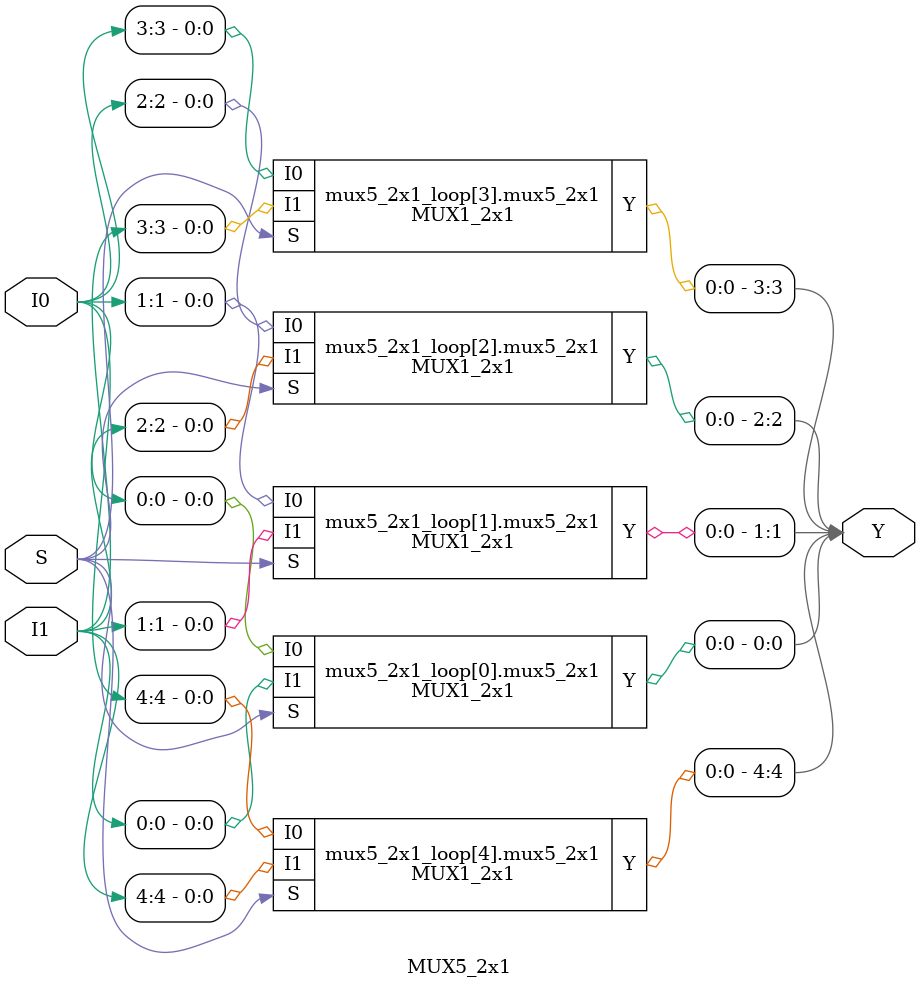
<source format=v>
module MUX32_32x1(Y, I0, I1, I2, I3, I4, I5, I6, I7,
                     I8, I9, I10, I11, I12, I13, I14, I15,
                     I16, I17, I18, I19, I20, I21, I22, I23,
                     I24, I25, I26, I27, I28, I29, I30, I31, S);
// output list
output [31:0] Y;
//input list
input [31:0] I0, I1, I2, I3, I4, I5, I6, I7;
input [31:0] I8, I9, I10, I11, I12, I13, I14, I15;
input [31:0] I16, I17, I18, I19, I20, I21, I22, I23;
input [31:0] I24, I25, I26, I27, I28, I29, I30, I31;
input [4:0] S;

// done last
//need 2 32-bit 16x1 mux and 1 32-bit 
//add wires
wire [31:0] mux16x1_out1,mux16x1_out2;

MUX32_16x1 mux16x1_1(mux16x1_out1,I0, I1, I2, I3, I4, I5, I6, I7,
                     I8, I9, I10, I11, I12, I13, I14, I15,S[3:0]);
MUX32_16x1 mux16x1_2(mux16x1_out2, I16, I17, I18, I19, I20, I21, I22, I23,
                     I24, I25, I26, I27, I28, I29, I30, I31,S[3:0]);
MUX32_2x1 mux2x1(Y,mux16x1_out1,mux16x1_out2,S[4]); 


endmodule

// 32-bit 16x1 mux
module MUX32_16x1(Y, I0, I1, I2, I3, I4, I5, I6, I7,
                     I8, I9, I10, I11, I12, I13, I14, I15, S);
// output list
output [31:0] Y;
//input list
input [31:0] I0;
input [31:0] I1;
input [31:0] I2;
input [31:0] I3;
input [31:0] I4;
input [31:0] I5;
input [31:0] I6;
input [31:0] I7;
input [31:0] I8;
input [31:0] I9;
input [31:0] I10;
input [31:0] I11;
input [31:0] I12;
input [31:0] I13;
input [31:0] I14;
input [31:0] I15;
input [3:0] S;
//need 2 32-bit 8x1 and 1 32-bit 2x1 mux
//add wires
wire [31:0] mux8x1_out1,mux8x1_out2;
MUX32_8x1 mux8x1_1(mux8x1_out1,I0,I1,I2,I3,I4,I5,I6,I7,S[2:0]);
MUX32_8x1 mux8x1_2(mux8x1_out2,I8,I9,I10,I11,I12,I13,I14,I15,S[2:0]);
MUX32_2x1 mux2x1(Y,mux8x1_out1,mux8x1_out2,S[3]);
endmodule

// 32-bit 8x1 mux
module MUX32_8x1(Y, I0, I1, I2, I3, I4, I5, I6, I7, S);
// output list
output [31:0] Y;
//input list
input [31:0] I0;
input [31:0] I1;
input [31:0] I2;
input [31:0] I3;
input [31:0] I4;
input [31:0] I5;
input [31:0] I6;
input [31:0] I7;
input [2:0] S;
//done 4th
// need 2 32 bit 4x1 mux and 1 32-bit 2x1
//add wires
wire [31:0] mux4x1_out1,mux4x1_out2;
MUX32_4x1 mux4x1_1(mux4x1_out1,I0,I1,I2,I3,S[1:0]);
MUX32_4x1 mux4x1_2(mux4x1_out2,I4,I5,I6,I7,S[1:0]);
MUX32_2x1 mux2x1(Y,mux4x1_out1,mux4x1_out2,S[2]); //review

endmodule

// 32-bit 4x1 mux
module MUX32_4x1(Y, I0, I1, I2, I3, S);
// output list
output [31:0] Y;
//input list
input [31:0] I0;
input [31:0] I1;
input [31:0] I2;
input [31:0] I3;
input [1:0] S;

// done third
//use 3 of MUX32_2x1 to implement 32_4x1
//add wires to connect them
wire [31:0] mux1out, mux2out;

MUX32_2x1 mux2x1_1(mux1out,I0,I1,S[0]);
MUX32_2x1 mux2x1_2(mux2out,I2,I3,S[0]);
MUX32_2x1 mux2x1_3(Y,mux1out,mux2out,S[1]); //review
endmodule






//added by myself
//64bit mux
module MUX64_2x1(Y, I0, I1, S);
// output list
output [63:0] Y;
//input list
input [63:0] I0;
input [63:0] I1;
input S;

genvar i;
generate
for(i=0;i<64;i=i+1)
begin: mux64_loop
MUX1_2x1 mux64_2x1(Y[i],I0[i],I1[i],S);
end
endgenerate

endmodule
// 32-bit mux
module MUX32_2x1(Y, I0, I1, S);
// output list
output [31:0] Y;
//input list
input [31:0] I0;
input [31:0] I1;
input S;

///done second
genvar i;
generate
for(i=0;i<32;i=i+1)
begin: mux32_2x1_loop
MUX1_2x1 mux32_2x1(Y[i],I0[i],I1[i],S);
end
endgenerate

endmodule

// 1-bit mux
module MUX1_2x1(Y,I0, I1, S);
//output list
output Y;
//input list
input I0, I1, S;
//S is control
//done first 
wire not_output,and_output1,and_output2;
not not_inst(not_output,S);
and and_inst1(and_output1,not_output,I0);
and and_inst2(and_output2,S,I1);
or or_inst(Y,and_output1,and_output2);

endmodule


// 26-bit mux
module MUX26_2x1(Y, I0, I1, S);
// output list
output [25:0] Y;
//input list
input [25:0] I0;
input [25:0] I1;
input S;

genvar i;
generate
for(i=0;i<26;i=i+1)
begin: mux26_2x1_loop
MUX1_2x1 mux26_2x1(Y[i],I0[i],I1[i],S);
end
endgenerate

endmodule


//5 bit 2x1 mux
module MUX5_2x1(Y, I0, I1, S);
// output list
output [4:0] Y;
//input list
input [4:0] I0;
input [4:0] I1;
input S;

genvar i;
generate
for(i=0;i<5;i=i+1)
begin: mux5_2x1_loop
MUX1_2x1 mux5_2x1(Y[i],I0[i],I1[i],S);
end
endgenerate

endmodule

</source>
